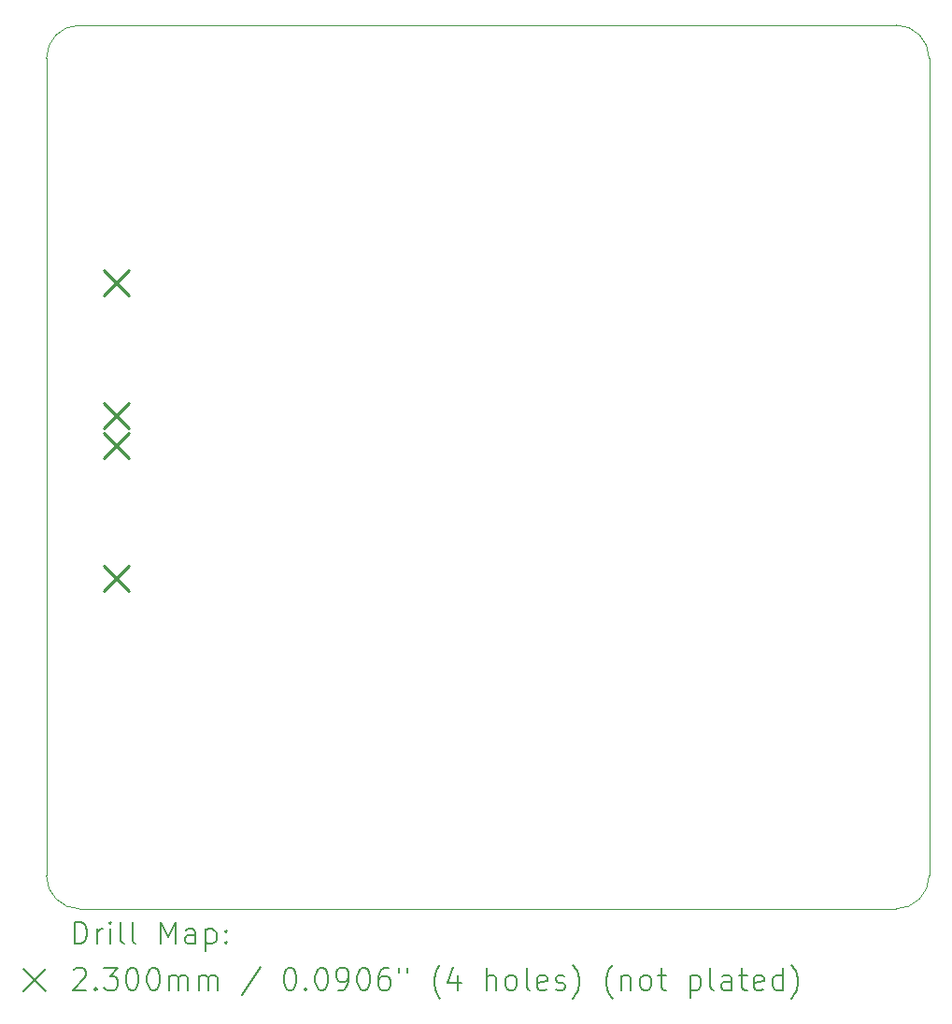
<source format=gbr>
%TF.GenerationSoftware,KiCad,Pcbnew,8.0.2*%
%TF.CreationDate,2024-05-30T14:16:56+02:00*%
%TF.ProjectId,Weather_IOT_1.0,57656174-6865-4725-9f49-4f545f312e30,1.0*%
%TF.SameCoordinates,Original*%
%TF.FileFunction,Drillmap*%
%TF.FilePolarity,Positive*%
%FSLAX45Y45*%
G04 Gerber Fmt 4.5, Leading zero omitted, Abs format (unit mm)*
G04 Created by KiCad (PCBNEW 8.0.2) date 2024-05-30 14:16:56*
%MOMM*%
%LPD*%
G01*
G04 APERTURE LIST*
%ADD10C,0.100000*%
%ADD11C,0.200000*%
%ADD12C,0.230000*%
G04 APERTURE END LIST*
D10*
X10000000Y-6300000D02*
G75*
G02*
X10300000Y-6000000I300000J0D01*
G01*
X10000000Y-6300000D02*
X10000000Y-13700000D01*
X10300000Y-14000000D02*
X17700000Y-14000000D01*
X17700000Y-6000000D02*
X10300000Y-6000000D01*
X10300000Y-14000000D02*
G75*
G02*
X10000000Y-13700000I0J300000D01*
G01*
X18000000Y-13700000D02*
G75*
G02*
X17700000Y-14000000I-300000J0D01*
G01*
X17700000Y-6000000D02*
G75*
G02*
X18000000Y-6300000I0J-300000D01*
G01*
X18000000Y-13700000D02*
X18000000Y-6300000D01*
D11*
D12*
X10516600Y-8219640D02*
X10746600Y-8449640D01*
X10746600Y-8219640D02*
X10516600Y-8449640D01*
X10516600Y-9419640D02*
X10746600Y-9649640D01*
X10746600Y-9419640D02*
X10516600Y-9649640D01*
X10516600Y-9692840D02*
X10746600Y-9922840D01*
X10746600Y-9692840D02*
X10516600Y-9922840D01*
X10516600Y-10892840D02*
X10746600Y-11122840D01*
X10746600Y-10892840D02*
X10516600Y-11122840D01*
D11*
X10255777Y-14316484D02*
X10255777Y-14116484D01*
X10255777Y-14116484D02*
X10303396Y-14116484D01*
X10303396Y-14116484D02*
X10331967Y-14126008D01*
X10331967Y-14126008D02*
X10351015Y-14145055D01*
X10351015Y-14145055D02*
X10360539Y-14164103D01*
X10360539Y-14164103D02*
X10370063Y-14202198D01*
X10370063Y-14202198D02*
X10370063Y-14230769D01*
X10370063Y-14230769D02*
X10360539Y-14268865D01*
X10360539Y-14268865D02*
X10351015Y-14287912D01*
X10351015Y-14287912D02*
X10331967Y-14306960D01*
X10331967Y-14306960D02*
X10303396Y-14316484D01*
X10303396Y-14316484D02*
X10255777Y-14316484D01*
X10455777Y-14316484D02*
X10455777Y-14183150D01*
X10455777Y-14221246D02*
X10465301Y-14202198D01*
X10465301Y-14202198D02*
X10474824Y-14192674D01*
X10474824Y-14192674D02*
X10493872Y-14183150D01*
X10493872Y-14183150D02*
X10512920Y-14183150D01*
X10579586Y-14316484D02*
X10579586Y-14183150D01*
X10579586Y-14116484D02*
X10570063Y-14126008D01*
X10570063Y-14126008D02*
X10579586Y-14135531D01*
X10579586Y-14135531D02*
X10589110Y-14126008D01*
X10589110Y-14126008D02*
X10579586Y-14116484D01*
X10579586Y-14116484D02*
X10579586Y-14135531D01*
X10703396Y-14316484D02*
X10684348Y-14306960D01*
X10684348Y-14306960D02*
X10674824Y-14287912D01*
X10674824Y-14287912D02*
X10674824Y-14116484D01*
X10808158Y-14316484D02*
X10789110Y-14306960D01*
X10789110Y-14306960D02*
X10779586Y-14287912D01*
X10779586Y-14287912D02*
X10779586Y-14116484D01*
X11036729Y-14316484D02*
X11036729Y-14116484D01*
X11036729Y-14116484D02*
X11103396Y-14259341D01*
X11103396Y-14259341D02*
X11170063Y-14116484D01*
X11170063Y-14116484D02*
X11170063Y-14316484D01*
X11351015Y-14316484D02*
X11351015Y-14211722D01*
X11351015Y-14211722D02*
X11341491Y-14192674D01*
X11341491Y-14192674D02*
X11322443Y-14183150D01*
X11322443Y-14183150D02*
X11284348Y-14183150D01*
X11284348Y-14183150D02*
X11265301Y-14192674D01*
X11351015Y-14306960D02*
X11331967Y-14316484D01*
X11331967Y-14316484D02*
X11284348Y-14316484D01*
X11284348Y-14316484D02*
X11265301Y-14306960D01*
X11265301Y-14306960D02*
X11255777Y-14287912D01*
X11255777Y-14287912D02*
X11255777Y-14268865D01*
X11255777Y-14268865D02*
X11265301Y-14249817D01*
X11265301Y-14249817D02*
X11284348Y-14240293D01*
X11284348Y-14240293D02*
X11331967Y-14240293D01*
X11331967Y-14240293D02*
X11351015Y-14230769D01*
X11446253Y-14183150D02*
X11446253Y-14383150D01*
X11446253Y-14192674D02*
X11465301Y-14183150D01*
X11465301Y-14183150D02*
X11503396Y-14183150D01*
X11503396Y-14183150D02*
X11522443Y-14192674D01*
X11522443Y-14192674D02*
X11531967Y-14202198D01*
X11531967Y-14202198D02*
X11541491Y-14221246D01*
X11541491Y-14221246D02*
X11541491Y-14278388D01*
X11541491Y-14278388D02*
X11531967Y-14297436D01*
X11531967Y-14297436D02*
X11522443Y-14306960D01*
X11522443Y-14306960D02*
X11503396Y-14316484D01*
X11503396Y-14316484D02*
X11465301Y-14316484D01*
X11465301Y-14316484D02*
X11446253Y-14306960D01*
X11627205Y-14297436D02*
X11636729Y-14306960D01*
X11636729Y-14306960D02*
X11627205Y-14316484D01*
X11627205Y-14316484D02*
X11617682Y-14306960D01*
X11617682Y-14306960D02*
X11627205Y-14297436D01*
X11627205Y-14297436D02*
X11627205Y-14316484D01*
X11627205Y-14192674D02*
X11636729Y-14202198D01*
X11636729Y-14202198D02*
X11627205Y-14211722D01*
X11627205Y-14211722D02*
X11617682Y-14202198D01*
X11617682Y-14202198D02*
X11627205Y-14192674D01*
X11627205Y-14192674D02*
X11627205Y-14211722D01*
X9795000Y-14545000D02*
X9995000Y-14745000D01*
X9995000Y-14545000D02*
X9795000Y-14745000D01*
X10246253Y-14555531D02*
X10255777Y-14546008D01*
X10255777Y-14546008D02*
X10274824Y-14536484D01*
X10274824Y-14536484D02*
X10322444Y-14536484D01*
X10322444Y-14536484D02*
X10341491Y-14546008D01*
X10341491Y-14546008D02*
X10351015Y-14555531D01*
X10351015Y-14555531D02*
X10360539Y-14574579D01*
X10360539Y-14574579D02*
X10360539Y-14593627D01*
X10360539Y-14593627D02*
X10351015Y-14622198D01*
X10351015Y-14622198D02*
X10236729Y-14736484D01*
X10236729Y-14736484D02*
X10360539Y-14736484D01*
X10446253Y-14717436D02*
X10455777Y-14726960D01*
X10455777Y-14726960D02*
X10446253Y-14736484D01*
X10446253Y-14736484D02*
X10436729Y-14726960D01*
X10436729Y-14726960D02*
X10446253Y-14717436D01*
X10446253Y-14717436D02*
X10446253Y-14736484D01*
X10522444Y-14536484D02*
X10646253Y-14536484D01*
X10646253Y-14536484D02*
X10579586Y-14612674D01*
X10579586Y-14612674D02*
X10608158Y-14612674D01*
X10608158Y-14612674D02*
X10627205Y-14622198D01*
X10627205Y-14622198D02*
X10636729Y-14631722D01*
X10636729Y-14631722D02*
X10646253Y-14650769D01*
X10646253Y-14650769D02*
X10646253Y-14698388D01*
X10646253Y-14698388D02*
X10636729Y-14717436D01*
X10636729Y-14717436D02*
X10627205Y-14726960D01*
X10627205Y-14726960D02*
X10608158Y-14736484D01*
X10608158Y-14736484D02*
X10551015Y-14736484D01*
X10551015Y-14736484D02*
X10531967Y-14726960D01*
X10531967Y-14726960D02*
X10522444Y-14717436D01*
X10770063Y-14536484D02*
X10789110Y-14536484D01*
X10789110Y-14536484D02*
X10808158Y-14546008D01*
X10808158Y-14546008D02*
X10817682Y-14555531D01*
X10817682Y-14555531D02*
X10827205Y-14574579D01*
X10827205Y-14574579D02*
X10836729Y-14612674D01*
X10836729Y-14612674D02*
X10836729Y-14660293D01*
X10836729Y-14660293D02*
X10827205Y-14698388D01*
X10827205Y-14698388D02*
X10817682Y-14717436D01*
X10817682Y-14717436D02*
X10808158Y-14726960D01*
X10808158Y-14726960D02*
X10789110Y-14736484D01*
X10789110Y-14736484D02*
X10770063Y-14736484D01*
X10770063Y-14736484D02*
X10751015Y-14726960D01*
X10751015Y-14726960D02*
X10741491Y-14717436D01*
X10741491Y-14717436D02*
X10731967Y-14698388D01*
X10731967Y-14698388D02*
X10722444Y-14660293D01*
X10722444Y-14660293D02*
X10722444Y-14612674D01*
X10722444Y-14612674D02*
X10731967Y-14574579D01*
X10731967Y-14574579D02*
X10741491Y-14555531D01*
X10741491Y-14555531D02*
X10751015Y-14546008D01*
X10751015Y-14546008D02*
X10770063Y-14536484D01*
X10960539Y-14536484D02*
X10979586Y-14536484D01*
X10979586Y-14536484D02*
X10998634Y-14546008D01*
X10998634Y-14546008D02*
X11008158Y-14555531D01*
X11008158Y-14555531D02*
X11017682Y-14574579D01*
X11017682Y-14574579D02*
X11027205Y-14612674D01*
X11027205Y-14612674D02*
X11027205Y-14660293D01*
X11027205Y-14660293D02*
X11017682Y-14698388D01*
X11017682Y-14698388D02*
X11008158Y-14717436D01*
X11008158Y-14717436D02*
X10998634Y-14726960D01*
X10998634Y-14726960D02*
X10979586Y-14736484D01*
X10979586Y-14736484D02*
X10960539Y-14736484D01*
X10960539Y-14736484D02*
X10941491Y-14726960D01*
X10941491Y-14726960D02*
X10931967Y-14717436D01*
X10931967Y-14717436D02*
X10922444Y-14698388D01*
X10922444Y-14698388D02*
X10912920Y-14660293D01*
X10912920Y-14660293D02*
X10912920Y-14612674D01*
X10912920Y-14612674D02*
X10922444Y-14574579D01*
X10922444Y-14574579D02*
X10931967Y-14555531D01*
X10931967Y-14555531D02*
X10941491Y-14546008D01*
X10941491Y-14546008D02*
X10960539Y-14536484D01*
X11112920Y-14736484D02*
X11112920Y-14603150D01*
X11112920Y-14622198D02*
X11122444Y-14612674D01*
X11122444Y-14612674D02*
X11141491Y-14603150D01*
X11141491Y-14603150D02*
X11170063Y-14603150D01*
X11170063Y-14603150D02*
X11189110Y-14612674D01*
X11189110Y-14612674D02*
X11198634Y-14631722D01*
X11198634Y-14631722D02*
X11198634Y-14736484D01*
X11198634Y-14631722D02*
X11208158Y-14612674D01*
X11208158Y-14612674D02*
X11227205Y-14603150D01*
X11227205Y-14603150D02*
X11255777Y-14603150D01*
X11255777Y-14603150D02*
X11274824Y-14612674D01*
X11274824Y-14612674D02*
X11284348Y-14631722D01*
X11284348Y-14631722D02*
X11284348Y-14736484D01*
X11379586Y-14736484D02*
X11379586Y-14603150D01*
X11379586Y-14622198D02*
X11389110Y-14612674D01*
X11389110Y-14612674D02*
X11408158Y-14603150D01*
X11408158Y-14603150D02*
X11436729Y-14603150D01*
X11436729Y-14603150D02*
X11455777Y-14612674D01*
X11455777Y-14612674D02*
X11465301Y-14631722D01*
X11465301Y-14631722D02*
X11465301Y-14736484D01*
X11465301Y-14631722D02*
X11474824Y-14612674D01*
X11474824Y-14612674D02*
X11493872Y-14603150D01*
X11493872Y-14603150D02*
X11522443Y-14603150D01*
X11522443Y-14603150D02*
X11541491Y-14612674D01*
X11541491Y-14612674D02*
X11551015Y-14631722D01*
X11551015Y-14631722D02*
X11551015Y-14736484D01*
X11941491Y-14526960D02*
X11770063Y-14784103D01*
X12198634Y-14536484D02*
X12217682Y-14536484D01*
X12217682Y-14536484D02*
X12236729Y-14546008D01*
X12236729Y-14546008D02*
X12246253Y-14555531D01*
X12246253Y-14555531D02*
X12255777Y-14574579D01*
X12255777Y-14574579D02*
X12265301Y-14612674D01*
X12265301Y-14612674D02*
X12265301Y-14660293D01*
X12265301Y-14660293D02*
X12255777Y-14698388D01*
X12255777Y-14698388D02*
X12246253Y-14717436D01*
X12246253Y-14717436D02*
X12236729Y-14726960D01*
X12236729Y-14726960D02*
X12217682Y-14736484D01*
X12217682Y-14736484D02*
X12198634Y-14736484D01*
X12198634Y-14736484D02*
X12179586Y-14726960D01*
X12179586Y-14726960D02*
X12170063Y-14717436D01*
X12170063Y-14717436D02*
X12160539Y-14698388D01*
X12160539Y-14698388D02*
X12151015Y-14660293D01*
X12151015Y-14660293D02*
X12151015Y-14612674D01*
X12151015Y-14612674D02*
X12160539Y-14574579D01*
X12160539Y-14574579D02*
X12170063Y-14555531D01*
X12170063Y-14555531D02*
X12179586Y-14546008D01*
X12179586Y-14546008D02*
X12198634Y-14536484D01*
X12351015Y-14717436D02*
X12360539Y-14726960D01*
X12360539Y-14726960D02*
X12351015Y-14736484D01*
X12351015Y-14736484D02*
X12341491Y-14726960D01*
X12341491Y-14726960D02*
X12351015Y-14717436D01*
X12351015Y-14717436D02*
X12351015Y-14736484D01*
X12484348Y-14536484D02*
X12503396Y-14536484D01*
X12503396Y-14536484D02*
X12522444Y-14546008D01*
X12522444Y-14546008D02*
X12531967Y-14555531D01*
X12531967Y-14555531D02*
X12541491Y-14574579D01*
X12541491Y-14574579D02*
X12551015Y-14612674D01*
X12551015Y-14612674D02*
X12551015Y-14660293D01*
X12551015Y-14660293D02*
X12541491Y-14698388D01*
X12541491Y-14698388D02*
X12531967Y-14717436D01*
X12531967Y-14717436D02*
X12522444Y-14726960D01*
X12522444Y-14726960D02*
X12503396Y-14736484D01*
X12503396Y-14736484D02*
X12484348Y-14736484D01*
X12484348Y-14736484D02*
X12465301Y-14726960D01*
X12465301Y-14726960D02*
X12455777Y-14717436D01*
X12455777Y-14717436D02*
X12446253Y-14698388D01*
X12446253Y-14698388D02*
X12436729Y-14660293D01*
X12436729Y-14660293D02*
X12436729Y-14612674D01*
X12436729Y-14612674D02*
X12446253Y-14574579D01*
X12446253Y-14574579D02*
X12455777Y-14555531D01*
X12455777Y-14555531D02*
X12465301Y-14546008D01*
X12465301Y-14546008D02*
X12484348Y-14536484D01*
X12646253Y-14736484D02*
X12684348Y-14736484D01*
X12684348Y-14736484D02*
X12703396Y-14726960D01*
X12703396Y-14726960D02*
X12712920Y-14717436D01*
X12712920Y-14717436D02*
X12731967Y-14688865D01*
X12731967Y-14688865D02*
X12741491Y-14650769D01*
X12741491Y-14650769D02*
X12741491Y-14574579D01*
X12741491Y-14574579D02*
X12731967Y-14555531D01*
X12731967Y-14555531D02*
X12722444Y-14546008D01*
X12722444Y-14546008D02*
X12703396Y-14536484D01*
X12703396Y-14536484D02*
X12665301Y-14536484D01*
X12665301Y-14536484D02*
X12646253Y-14546008D01*
X12646253Y-14546008D02*
X12636729Y-14555531D01*
X12636729Y-14555531D02*
X12627206Y-14574579D01*
X12627206Y-14574579D02*
X12627206Y-14622198D01*
X12627206Y-14622198D02*
X12636729Y-14641246D01*
X12636729Y-14641246D02*
X12646253Y-14650769D01*
X12646253Y-14650769D02*
X12665301Y-14660293D01*
X12665301Y-14660293D02*
X12703396Y-14660293D01*
X12703396Y-14660293D02*
X12722444Y-14650769D01*
X12722444Y-14650769D02*
X12731967Y-14641246D01*
X12731967Y-14641246D02*
X12741491Y-14622198D01*
X12865301Y-14536484D02*
X12884348Y-14536484D01*
X12884348Y-14536484D02*
X12903396Y-14546008D01*
X12903396Y-14546008D02*
X12912920Y-14555531D01*
X12912920Y-14555531D02*
X12922444Y-14574579D01*
X12922444Y-14574579D02*
X12931967Y-14612674D01*
X12931967Y-14612674D02*
X12931967Y-14660293D01*
X12931967Y-14660293D02*
X12922444Y-14698388D01*
X12922444Y-14698388D02*
X12912920Y-14717436D01*
X12912920Y-14717436D02*
X12903396Y-14726960D01*
X12903396Y-14726960D02*
X12884348Y-14736484D01*
X12884348Y-14736484D02*
X12865301Y-14736484D01*
X12865301Y-14736484D02*
X12846253Y-14726960D01*
X12846253Y-14726960D02*
X12836729Y-14717436D01*
X12836729Y-14717436D02*
X12827206Y-14698388D01*
X12827206Y-14698388D02*
X12817682Y-14660293D01*
X12817682Y-14660293D02*
X12817682Y-14612674D01*
X12817682Y-14612674D02*
X12827206Y-14574579D01*
X12827206Y-14574579D02*
X12836729Y-14555531D01*
X12836729Y-14555531D02*
X12846253Y-14546008D01*
X12846253Y-14546008D02*
X12865301Y-14536484D01*
X13103396Y-14536484D02*
X13065301Y-14536484D01*
X13065301Y-14536484D02*
X13046253Y-14546008D01*
X13046253Y-14546008D02*
X13036729Y-14555531D01*
X13036729Y-14555531D02*
X13017682Y-14584103D01*
X13017682Y-14584103D02*
X13008158Y-14622198D01*
X13008158Y-14622198D02*
X13008158Y-14698388D01*
X13008158Y-14698388D02*
X13017682Y-14717436D01*
X13017682Y-14717436D02*
X13027206Y-14726960D01*
X13027206Y-14726960D02*
X13046253Y-14736484D01*
X13046253Y-14736484D02*
X13084348Y-14736484D01*
X13084348Y-14736484D02*
X13103396Y-14726960D01*
X13103396Y-14726960D02*
X13112920Y-14717436D01*
X13112920Y-14717436D02*
X13122444Y-14698388D01*
X13122444Y-14698388D02*
X13122444Y-14650769D01*
X13122444Y-14650769D02*
X13112920Y-14631722D01*
X13112920Y-14631722D02*
X13103396Y-14622198D01*
X13103396Y-14622198D02*
X13084348Y-14612674D01*
X13084348Y-14612674D02*
X13046253Y-14612674D01*
X13046253Y-14612674D02*
X13027206Y-14622198D01*
X13027206Y-14622198D02*
X13017682Y-14631722D01*
X13017682Y-14631722D02*
X13008158Y-14650769D01*
X13198634Y-14536484D02*
X13198634Y-14574579D01*
X13274825Y-14536484D02*
X13274825Y-14574579D01*
X13570063Y-14812674D02*
X13560539Y-14803150D01*
X13560539Y-14803150D02*
X13541491Y-14774579D01*
X13541491Y-14774579D02*
X13531968Y-14755531D01*
X13531968Y-14755531D02*
X13522444Y-14726960D01*
X13522444Y-14726960D02*
X13512920Y-14679341D01*
X13512920Y-14679341D02*
X13512920Y-14641246D01*
X13512920Y-14641246D02*
X13522444Y-14593627D01*
X13522444Y-14593627D02*
X13531968Y-14565055D01*
X13531968Y-14565055D02*
X13541491Y-14546008D01*
X13541491Y-14546008D02*
X13560539Y-14517436D01*
X13560539Y-14517436D02*
X13570063Y-14507912D01*
X13731968Y-14603150D02*
X13731968Y-14736484D01*
X13684348Y-14526960D02*
X13636729Y-14669817D01*
X13636729Y-14669817D02*
X13760539Y-14669817D01*
X13989110Y-14736484D02*
X13989110Y-14536484D01*
X14074825Y-14736484D02*
X14074825Y-14631722D01*
X14074825Y-14631722D02*
X14065301Y-14612674D01*
X14065301Y-14612674D02*
X14046253Y-14603150D01*
X14046253Y-14603150D02*
X14017682Y-14603150D01*
X14017682Y-14603150D02*
X13998634Y-14612674D01*
X13998634Y-14612674D02*
X13989110Y-14622198D01*
X14198634Y-14736484D02*
X14179587Y-14726960D01*
X14179587Y-14726960D02*
X14170063Y-14717436D01*
X14170063Y-14717436D02*
X14160539Y-14698388D01*
X14160539Y-14698388D02*
X14160539Y-14641246D01*
X14160539Y-14641246D02*
X14170063Y-14622198D01*
X14170063Y-14622198D02*
X14179587Y-14612674D01*
X14179587Y-14612674D02*
X14198634Y-14603150D01*
X14198634Y-14603150D02*
X14227206Y-14603150D01*
X14227206Y-14603150D02*
X14246253Y-14612674D01*
X14246253Y-14612674D02*
X14255777Y-14622198D01*
X14255777Y-14622198D02*
X14265301Y-14641246D01*
X14265301Y-14641246D02*
X14265301Y-14698388D01*
X14265301Y-14698388D02*
X14255777Y-14717436D01*
X14255777Y-14717436D02*
X14246253Y-14726960D01*
X14246253Y-14726960D02*
X14227206Y-14736484D01*
X14227206Y-14736484D02*
X14198634Y-14736484D01*
X14379587Y-14736484D02*
X14360539Y-14726960D01*
X14360539Y-14726960D02*
X14351015Y-14707912D01*
X14351015Y-14707912D02*
X14351015Y-14536484D01*
X14531968Y-14726960D02*
X14512920Y-14736484D01*
X14512920Y-14736484D02*
X14474825Y-14736484D01*
X14474825Y-14736484D02*
X14455777Y-14726960D01*
X14455777Y-14726960D02*
X14446253Y-14707912D01*
X14446253Y-14707912D02*
X14446253Y-14631722D01*
X14446253Y-14631722D02*
X14455777Y-14612674D01*
X14455777Y-14612674D02*
X14474825Y-14603150D01*
X14474825Y-14603150D02*
X14512920Y-14603150D01*
X14512920Y-14603150D02*
X14531968Y-14612674D01*
X14531968Y-14612674D02*
X14541491Y-14631722D01*
X14541491Y-14631722D02*
X14541491Y-14650769D01*
X14541491Y-14650769D02*
X14446253Y-14669817D01*
X14617682Y-14726960D02*
X14636730Y-14736484D01*
X14636730Y-14736484D02*
X14674825Y-14736484D01*
X14674825Y-14736484D02*
X14693872Y-14726960D01*
X14693872Y-14726960D02*
X14703396Y-14707912D01*
X14703396Y-14707912D02*
X14703396Y-14698388D01*
X14703396Y-14698388D02*
X14693872Y-14679341D01*
X14693872Y-14679341D02*
X14674825Y-14669817D01*
X14674825Y-14669817D02*
X14646253Y-14669817D01*
X14646253Y-14669817D02*
X14627206Y-14660293D01*
X14627206Y-14660293D02*
X14617682Y-14641246D01*
X14617682Y-14641246D02*
X14617682Y-14631722D01*
X14617682Y-14631722D02*
X14627206Y-14612674D01*
X14627206Y-14612674D02*
X14646253Y-14603150D01*
X14646253Y-14603150D02*
X14674825Y-14603150D01*
X14674825Y-14603150D02*
X14693872Y-14612674D01*
X14770063Y-14812674D02*
X14779587Y-14803150D01*
X14779587Y-14803150D02*
X14798634Y-14774579D01*
X14798634Y-14774579D02*
X14808158Y-14755531D01*
X14808158Y-14755531D02*
X14817682Y-14726960D01*
X14817682Y-14726960D02*
X14827206Y-14679341D01*
X14827206Y-14679341D02*
X14827206Y-14641246D01*
X14827206Y-14641246D02*
X14817682Y-14593627D01*
X14817682Y-14593627D02*
X14808158Y-14565055D01*
X14808158Y-14565055D02*
X14798634Y-14546008D01*
X14798634Y-14546008D02*
X14779587Y-14517436D01*
X14779587Y-14517436D02*
X14770063Y-14507912D01*
X15131968Y-14812674D02*
X15122444Y-14803150D01*
X15122444Y-14803150D02*
X15103396Y-14774579D01*
X15103396Y-14774579D02*
X15093872Y-14755531D01*
X15093872Y-14755531D02*
X15084349Y-14726960D01*
X15084349Y-14726960D02*
X15074825Y-14679341D01*
X15074825Y-14679341D02*
X15074825Y-14641246D01*
X15074825Y-14641246D02*
X15084349Y-14593627D01*
X15084349Y-14593627D02*
X15093872Y-14565055D01*
X15093872Y-14565055D02*
X15103396Y-14546008D01*
X15103396Y-14546008D02*
X15122444Y-14517436D01*
X15122444Y-14517436D02*
X15131968Y-14507912D01*
X15208158Y-14603150D02*
X15208158Y-14736484D01*
X15208158Y-14622198D02*
X15217682Y-14612674D01*
X15217682Y-14612674D02*
X15236730Y-14603150D01*
X15236730Y-14603150D02*
X15265301Y-14603150D01*
X15265301Y-14603150D02*
X15284349Y-14612674D01*
X15284349Y-14612674D02*
X15293872Y-14631722D01*
X15293872Y-14631722D02*
X15293872Y-14736484D01*
X15417682Y-14736484D02*
X15398634Y-14726960D01*
X15398634Y-14726960D02*
X15389111Y-14717436D01*
X15389111Y-14717436D02*
X15379587Y-14698388D01*
X15379587Y-14698388D02*
X15379587Y-14641246D01*
X15379587Y-14641246D02*
X15389111Y-14622198D01*
X15389111Y-14622198D02*
X15398634Y-14612674D01*
X15398634Y-14612674D02*
X15417682Y-14603150D01*
X15417682Y-14603150D02*
X15446253Y-14603150D01*
X15446253Y-14603150D02*
X15465301Y-14612674D01*
X15465301Y-14612674D02*
X15474825Y-14622198D01*
X15474825Y-14622198D02*
X15484349Y-14641246D01*
X15484349Y-14641246D02*
X15484349Y-14698388D01*
X15484349Y-14698388D02*
X15474825Y-14717436D01*
X15474825Y-14717436D02*
X15465301Y-14726960D01*
X15465301Y-14726960D02*
X15446253Y-14736484D01*
X15446253Y-14736484D02*
X15417682Y-14736484D01*
X15541492Y-14603150D02*
X15617682Y-14603150D01*
X15570063Y-14536484D02*
X15570063Y-14707912D01*
X15570063Y-14707912D02*
X15579587Y-14726960D01*
X15579587Y-14726960D02*
X15598634Y-14736484D01*
X15598634Y-14736484D02*
X15617682Y-14736484D01*
X15836730Y-14603150D02*
X15836730Y-14803150D01*
X15836730Y-14612674D02*
X15855777Y-14603150D01*
X15855777Y-14603150D02*
X15893873Y-14603150D01*
X15893873Y-14603150D02*
X15912920Y-14612674D01*
X15912920Y-14612674D02*
X15922444Y-14622198D01*
X15922444Y-14622198D02*
X15931968Y-14641246D01*
X15931968Y-14641246D02*
X15931968Y-14698388D01*
X15931968Y-14698388D02*
X15922444Y-14717436D01*
X15922444Y-14717436D02*
X15912920Y-14726960D01*
X15912920Y-14726960D02*
X15893873Y-14736484D01*
X15893873Y-14736484D02*
X15855777Y-14736484D01*
X15855777Y-14736484D02*
X15836730Y-14726960D01*
X16046253Y-14736484D02*
X16027206Y-14726960D01*
X16027206Y-14726960D02*
X16017682Y-14707912D01*
X16017682Y-14707912D02*
X16017682Y-14536484D01*
X16208158Y-14736484D02*
X16208158Y-14631722D01*
X16208158Y-14631722D02*
X16198634Y-14612674D01*
X16198634Y-14612674D02*
X16179587Y-14603150D01*
X16179587Y-14603150D02*
X16141492Y-14603150D01*
X16141492Y-14603150D02*
X16122444Y-14612674D01*
X16208158Y-14726960D02*
X16189111Y-14736484D01*
X16189111Y-14736484D02*
X16141492Y-14736484D01*
X16141492Y-14736484D02*
X16122444Y-14726960D01*
X16122444Y-14726960D02*
X16112920Y-14707912D01*
X16112920Y-14707912D02*
X16112920Y-14688865D01*
X16112920Y-14688865D02*
X16122444Y-14669817D01*
X16122444Y-14669817D02*
X16141492Y-14660293D01*
X16141492Y-14660293D02*
X16189111Y-14660293D01*
X16189111Y-14660293D02*
X16208158Y-14650769D01*
X16274825Y-14603150D02*
X16351015Y-14603150D01*
X16303396Y-14536484D02*
X16303396Y-14707912D01*
X16303396Y-14707912D02*
X16312920Y-14726960D01*
X16312920Y-14726960D02*
X16331968Y-14736484D01*
X16331968Y-14736484D02*
X16351015Y-14736484D01*
X16493873Y-14726960D02*
X16474825Y-14736484D01*
X16474825Y-14736484D02*
X16436730Y-14736484D01*
X16436730Y-14736484D02*
X16417682Y-14726960D01*
X16417682Y-14726960D02*
X16408158Y-14707912D01*
X16408158Y-14707912D02*
X16408158Y-14631722D01*
X16408158Y-14631722D02*
X16417682Y-14612674D01*
X16417682Y-14612674D02*
X16436730Y-14603150D01*
X16436730Y-14603150D02*
X16474825Y-14603150D01*
X16474825Y-14603150D02*
X16493873Y-14612674D01*
X16493873Y-14612674D02*
X16503396Y-14631722D01*
X16503396Y-14631722D02*
X16503396Y-14650769D01*
X16503396Y-14650769D02*
X16408158Y-14669817D01*
X16674825Y-14736484D02*
X16674825Y-14536484D01*
X16674825Y-14726960D02*
X16655777Y-14736484D01*
X16655777Y-14736484D02*
X16617682Y-14736484D01*
X16617682Y-14736484D02*
X16598634Y-14726960D01*
X16598634Y-14726960D02*
X16589111Y-14717436D01*
X16589111Y-14717436D02*
X16579587Y-14698388D01*
X16579587Y-14698388D02*
X16579587Y-14641246D01*
X16579587Y-14641246D02*
X16589111Y-14622198D01*
X16589111Y-14622198D02*
X16598634Y-14612674D01*
X16598634Y-14612674D02*
X16617682Y-14603150D01*
X16617682Y-14603150D02*
X16655777Y-14603150D01*
X16655777Y-14603150D02*
X16674825Y-14612674D01*
X16751015Y-14812674D02*
X16760539Y-14803150D01*
X16760539Y-14803150D02*
X16779587Y-14774579D01*
X16779587Y-14774579D02*
X16789111Y-14755531D01*
X16789111Y-14755531D02*
X16798635Y-14726960D01*
X16798635Y-14726960D02*
X16808158Y-14679341D01*
X16808158Y-14679341D02*
X16808158Y-14641246D01*
X16808158Y-14641246D02*
X16798635Y-14593627D01*
X16798635Y-14593627D02*
X16789111Y-14565055D01*
X16789111Y-14565055D02*
X16779587Y-14546008D01*
X16779587Y-14546008D02*
X16760539Y-14517436D01*
X16760539Y-14517436D02*
X16751015Y-14507912D01*
M02*

</source>
